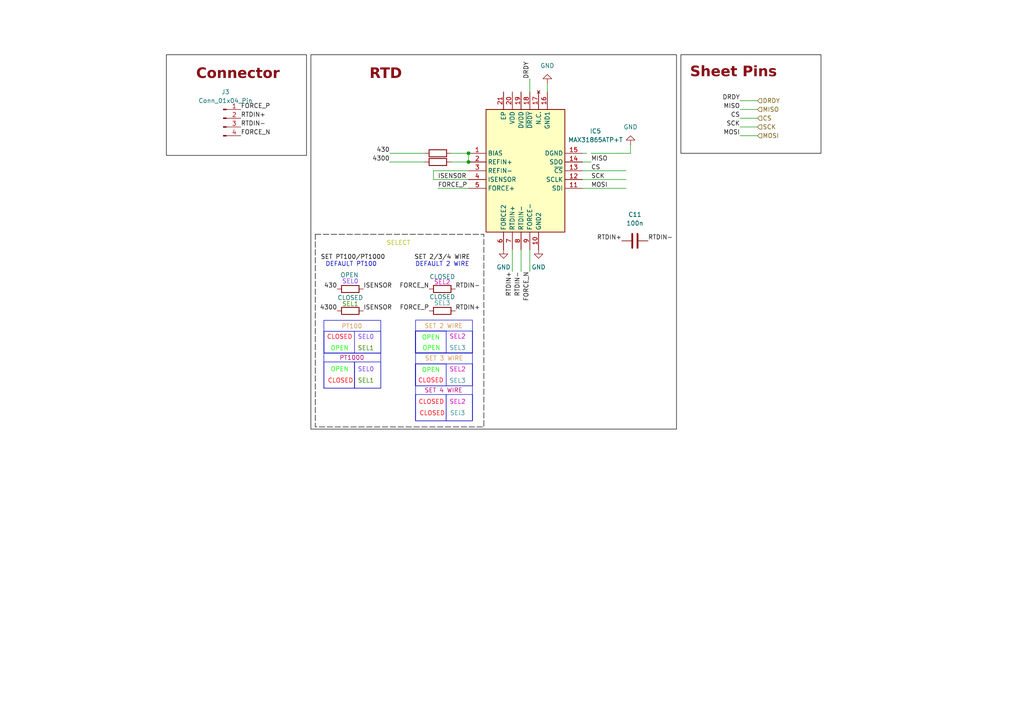
<source format=kicad_sch>
(kicad_sch (version 20250114) (generator "eeschema") (generator_version "9.0")
  (paper "A4")
  (lib_symbols
    (symbol "Connector:Conn_01x04_Pin" (pin_names (offset 1.016) (hide yes))
      (property "Reference" "J" (at 0 5.08 0))
      (property "Value" "Conn_01x04_Pin" (at 0 -7.62 0))
      (symbol "Conn_01x04_Pin_1_1"
        (rectangle (start 0.8636 2.667) (end 0 2.413) (stroke (width 0.1524)) (fill (type outline)))
        (rectangle (start 0.8636 0.127) (end 0 -0.127) (stroke (width 0.1524)) (fill (type outline)))
        (rectangle (start 0.8636 -2.413) (end 0 -2.667) (stroke (width 0.1524)) (fill (type outline)))
        (rectangle (start 0.8636 -4.953) (end 0 -5.207) (stroke (width 0.1524)) (fill (type outline)))
        (polyline (pts (xy 1.27 2.54) (xy 0.8636 2.54)) (stroke (width 0.1524)))
        (polyline (pts (xy 1.27 0) (xy 0.8636 0)) (stroke (width 0.1524)))
        (polyline (pts (xy 1.27 -2.54) (xy 0.8636 -2.54)) (stroke (width 0.1524)))
        (polyline (pts (xy 1.27 -5.08) (xy 0.8636 -5.08)) (stroke (width 0.1524)))
        (pin passive line (at 5.08 2.54 180) (length 3.81) (name "Pin_1") (number "1"))
        (pin passive line (at 5.08 0 180) (length 3.81) (name "Pin_2") (number "2"))
        (pin passive line (at 5.08 -2.54 180) (length 3.81) (name "Pin_3") (number "3"))
        (pin passive line (at 5.08 -5.08 180) (length 3.81) (name "Pin_4") (number "4"))
      )
    )
    (symbol "Device:C" (pin_numbers (hide yes)) (pin_names (offset 0.254))
      (property "Reference" "C" (at 0.635 2.54 0))
      (property "Value" "C" (at 0.635 -2.54 0))
      (symbol "C_0_1"
        (polyline (pts (xy -2.032 0.762) (xy 2.032 0.762)) (stroke (width 0.508)))
        (polyline (pts (xy -2.032 -0.762) (xy 2.032 -0.762)) (stroke (width 0.508)))
      )
      (symbol "C_1_1"
        (pin passive line (at 0 3.81 270) (length 2.794) (name "~") (number "1"))
        (pin passive line (at 0 -3.81 90) (length 2.794) (name "~") (number "2"))
      )
    )
    (symbol "Device:R" (pin_numbers (hide yes)) (pin_names (offset 0))
      (property "Reference" "R" (at 2.032 0 90))
      (property "Value" "R" (at 0 0 90))
      (symbol "R_0_1"
        (rectangle (start -1.016 -2.54) (end 1.016 2.54) (stroke (width 0.254)))
      )
      (symbol "R_1_1"
        (pin passive line (at 0 3.81 270) (length 1.27) (name "~") (number "1"))
        (pin passive line (at 0 -3.81 90) (length 1.27) (name "~") (number "2"))
      )
    )
    (symbol "Symbols:MAX31865ATP+T"
      (property "Reference" "IC" (at 29.21 17.78 0))
      (property "Value" "MAX31865ATP+T" (at 29.21 15.24 0))
      (symbol "MAX31865ATP+T_1_1"
        (rectangle (start 5.08 12.7) (end 27.94 -22.86) (stroke (width 0.254)) (fill (type background)))
        (pin passive line (at 0 0 0) (length 5.08) (name "BIAS") (number "1"))
        (pin passive line (at 0 -2.54 0) (length 5.08) (name "REFIN+") (number "2"))
        (pin passive line (at 0 -5.08 0) (length 5.08) (name "REFIN-") (number "3"))
        (pin passive line (at 0 -7.62 0) (length 5.08) (name "ISENSOR") (number "4"))
        (pin passive line (at 0 -10.16 0) (length 5.08) (name "FORCE+") (number "5"))
        (pin passive line (at 10.16 17.78 270) (length 5.08) (name "EP") (number "21"))
        (pin passive line (at 10.16 -27.94 90) (length 5.08) (name "FORCE2") (number "6"))
        (pin passive line (at 12.7 17.78 270) (length 5.08) (name "VDD") (number "20"))
        (pin passive line (at 12.7 -27.94 90) (length 5.08) (name "RTDIN+") (number "7"))
        (pin passive line (at 15.24 17.78 270) (length 5.08) (name "DVDD") (number "19"))
        (pin passive line (at 15.24 -27.94 90) (length 5.08) (name "RTDIN-") (number "8"))
        (pin passive line (at 17.78 17.78 270) (length 5.08) (name "~{DRDY}") (number "18"))
        (pin passive line (at 17.78 -27.94 90) (length 5.08) (name "FORCE-") (number "9"))
        (pin no_connect line (at 20.32 17.78 270) (length 5.08) (name "N.C.") (number "17"))
        (pin passive line (at 20.32 -27.94 90) (length 5.08) (name "GND2") (number "10"))
        (pin passive line (at 22.86 17.78 270) (length 5.08) (name "GND1") (number "16"))
        (pin passive line (at 33.02 0 180) (length 5.08) (name "DGND") (number "15"))
        (pin passive line (at 33.02 -2.54 180) (length 5.08) (name "SDO") (number "14"))
        (pin passive line (at 33.02 -5.08 180) (length 5.08) (name "~{CS}") (number "13"))
        (pin passive line (at 33.02 -7.62 180) (length 5.08) (name "SCLK") (number "12"))
        (pin passive line (at 33.02 -10.16 180) (length 5.08) (name "SDI") (number "11"))
      )
    )
    (symbol "power:GND" (power) (pin_numbers (hide yes)) (pin_names (offset 0) (hide yes))
      (property "Value" "GND" (at 0 -3.81 0))
      (symbol "GND_0_1"
        (polyline (pts (xy 0 0) (xy 0 -1.27) (xy 1.27 -1.27) (xy 0 -2.54) (xy -1.27 -1.27) (xy 0 -1.27)))
      )
      (symbol "GND_1_1"
        (pin power_in line (at 0 0 270) (length 0) (name "~") (number "1"))
      )
    )
  )
  (rectangle (start 102.8226 104.974) (end 110.4426 112.594))
  (rectangle (start 120.523 105.537) (end 137.033 111.887))
  (rectangle (start 90.17 15.875) (end 196.215 124.46) (stroke (width 0) (color 0 0 0 1)))
  (rectangle (start 120.523 102.362) (end 137.033 111.887))
  (rectangle (start 91.44 67.945) (end 140.335 123.825) (stroke (width 0) (type dash) (color 0 0 0 1)))
  (rectangle (start 93.9326 92.909) (end 110.4426 102.434))
  (rectangle (start 93.9326 102.434) (end 110.4426 112.594))
  (rectangle (start 120.523 105.537) (end 129.413 111.887))
  (rectangle (start 48.26 15.875) (end 88.9 45.085) (stroke (width 0) (color 0 0 0 1)))
  (rectangle (start 120.523 96.012) (end 129.413 102.362))
  (rectangle (start 93.9326 104.974) (end 102.8226 112.594))
  (rectangle (start 93.9326 96.084) (end 102.8226 102.434))
  (rectangle (start 120.523 96.012) (end 137.033 102.362))
  (rectangle (start 120.523 92.837) (end 137.033 102.362))
  (rectangle (start 120.523 114.427) (end 129.413 122.047))
  (rectangle (start 197.485 15.875) (end 238.125 44.45) (stroke (width 0) (color 0 0 0 1)))
  (rectangle (start 120.523 111.887) (end 137.033 122.047))
  (rectangle (start 129.413 114.427) (end 137.033 122.047))
  (rectangle (start 93.9326 96.084) (end 110.4426 102.434))
  (text "CLOSED" (at 125.095 116.713 0) (effects (font (size 1.27 1.27))))
  (text "SET 4 WIRE" (at 128.651 113.411 0) (effects (font (size 1.27 1.27))))
  (text "SET 2/3/4 WIRE" (at 128.27 74.676 0) (effects (font (size 1.27 1.27))))
  (text "CLOSED" (at 125.349 120.015 0) (effects (font (size 1.27 1.27))))
  (text "SEL3" (at 132.715 101.092 0) (effects (font (size 1.27 1.27))))
  (text "DEFAULT 2 WIRE" (at 128.27 76.708 0) (effects (font (size 1.27 1.27))))
  (text "SEL1" (at 106.1246 110.562 0) (effects (font (size 1.27 1.27))))
  (text "SEL2\n" (at 132.715 107.315 0) (effects (font (size 1.27 1.27))))
  (text "PT100" (at 102.0606 94.814 0) (effects (font (size 1.27 1.27))))
  (text "OPEN\n" (at 124.968 107.442 0) (effects (font (size 1.27 1.27))))
  (text "OPEN\n" (at 124.968 98.044 0) (effects (font (size 1.27 1.27))))
  (text "SEL0" (at 106.1246 97.862 0) (effects (font (size 1.27 1.27))))
  (text "SET 2 WIRE" (at 128.651 94.742 0) (effects (font (size 1.27 1.27))))
  (text "SEL1" (at 106.1246 101.164 0) (effects (font (size 1.27 1.27))))
  (text "SET 3 WIRE" (at 128.778 104.14 0) (effects (font (size 1.27 1.27))))
  (text "SELECT" (at 115.57 70.612 0) (effects (font (size 1.27 1.27))))
  (text "SEl3" (at 132.715 120.015 0) (effects (font (size 1.27 1.27))))
  (text "Connector" (at 56.896 24.13 0) (effects (font (size 3 3) (thickness 0.6) (bold yes)) (justify left bottom)))
  (text "SEL3" (at 132.715 110.617 0) (effects (font (size 1.27 1.27))))
  (text "SEL2" (at 132.715 97.79 0) (effects (font (size 1.27 1.27))))
  (text "CLOSED" (at 98.5046 97.862 0) (effects (font (size 1.27 1.27))))
  (text "CLOSED" (at 98.7586 110.562 0) (effects (font (size 1.27 1.27))))
  (text "SEL0" (at 106.1246 107.26 0) (effects (font (size 1.27 1.27))))
  (text "SET PT100/PT1000\n" (at 102.362 74.676 0) (effects (font (size 1.27 1.27))))
  (text "CLOSED" (at 124.968 110.49 0) (effects (font (size 1.27 1.27))))
  (text "PT1000" (at 102.0606 103.958 0) (effects (font (size 1.27 1.27))))
  (text "DEFAULT PT100\n" (at 101.854 76.708 0) (effects (font (size 1.27 1.27))))
  (text "OPEN\n" (at 125.095 101.092 0) (effects (font (size 1.27 1.27))))
  (text "OPEN\n" (at 98.5046 101.164 0) (effects (font (size 1.27 1.27))))
  (text "Sheet Pins" (at 200.152 23.622 0) (effects (font (size 3 3) (thickness 0.6) (bold yes)) (justify left bottom)))
  (text "SEL2" (at 132.715 116.713 0) (effects (font (size 1.27 1.27))))
  (text "OPEN" (at 98.5046 107.26 0) (effects (font (size 1.27 1.27))))
  (text "RTD" (at 107.188 24.13 0) (effects (font (size 3 3) (thickness 0.6) (bold yes)) (justify left bottom)))
  (junction (at 135.89 46.99))
  (junction (at 135.89 44.45))
  (wire (pts (xy 125.73 49.53) (xy 125.73 52.07)))
  (wire (pts (xy 135.89 49.53) (xy 125.73 49.53)))
  (wire (pts (xy 153.67 22.86) (xy 153.67 26.67)))
  (wire (pts (xy 171.45 46.99) (xy 168.91 46.99)))
  (wire (pts (xy 168.91 44.45) (xy 170.18 44.45)))
  (wire (pts (xy 135.89 44.45) (xy 135.89 46.99)))
  (wire (pts (xy 113.03 46.99) (xy 123.19 46.99)))
  (wire (pts (xy 219.71 31.75) (xy 214.63 31.75)))
  (wire (pts (xy 171.45 44.45) (xy 182.88 44.45)))
  (wire (pts (xy 219.71 39.37) (xy 214.63 39.37)))
  (wire (pts (xy 214.63 29.21) (xy 219.71 29.21)))
  (wire (pts (xy 219.71 36.83) (xy 214.63 36.83)))
  (wire (pts (xy 130.81 44.45) (xy 135.89 44.45)))
  (wire (pts (xy 113.03 44.45) (xy 123.19 44.45)))
  (wire (pts (xy 219.71 34.29) (xy 214.63 34.29)))
  (wire (pts (xy 127 54.61) (xy 135.89 54.61)))
  (wire (pts (xy 153.67 78.74) (xy 153.67 72.39)))
  (wire (pts (xy 130.81 46.99) (xy 135.89 46.99)))
  (wire (pts (xy 151.13 78.74) (xy 151.13 72.39)))
  (wire (pts (xy 125.73 52.07) (xy 135.89 52.07)))
  (wire (pts (xy 158.75 24.13) (xy 158.75 26.67)))
  (wire (pts (xy 168.91 52.07) (xy 181.61 52.07)))
  (wire (pts (xy 168.91 54.61) (xy 181.61 54.61)))
  (wire (pts (xy 181.61 49.53) (xy 168.91 49.53)))
  (wire (pts (xy 182.88 44.45) (xy 182.88 41.91)))
  (wire (pts (xy 148.59 78.74) (xy 148.59 72.39)))
  (label "MOSI" (at 214.63 39.37 180))
  (label "FORCE_N" (at 69.85 39.37 0))
  (label "4300" (at 97.79 90.17 180))
  (label "430" (at 97.79 83.82 180))
  (label "FORCE_P" (at 124.46 90.17 180))
  (label "FORCE_P" (at 69.85 31.75 0))
  (label "MOSI" (at 171.45 54.61 0))
  (label "SCK" (at 171.45 52.07 0))
  (label "FORCE_N" (at 153.67 78.74 270))
  (label "430" (at 113.03 44.45 180))
  (label "DRDY" (at 214.63 29.21 180))
  (label "CS" (at 171.45 49.53 0))
  (label "MISO" (at 214.63 31.75 180))
  (label "RTDIN-" (at 151.13 78.74 270))
  (label "FORCE_N" (at 124.46 83.82 180))
  (label "ISENSOR" (at 105.41 83.82 0))
  (label "ISENSOR" (at 127 52.07 0))
  (label "RTDIN+" (at 180.34 69.85 180))
  (label "RTDIN-" (at 69.85 36.83 0))
  (label "FORCE_P" (at 127 54.61 0))
  (label "RTDIN-" (at 187.96 69.85 0))
  (label "RTDIN-" (at 132.08 83.82 0))
  (label "ISENSOR" (at 105.41 90.17 0))
  (label "RTDIN+" (at 132.08 90.17 0))
  (label "4300" (at 113.03 46.99 180))
  (label "RTDIN+" (at 69.85 34.29 0))
  (label "SCK" (at 214.63 36.83 180))
  (label "CS" (at 214.63 34.29 180))
  (label "DRDY" (at 153.67 22.86 90))
  (label "RTDIN+" (at 148.59 78.74 270))
  (label "MISO" (at 171.45 46.99 0))
  (hierarchical_label "MISO" (shape input) (at 219.71 31.75 0))
  (hierarchical_label "DRDY" (shape input) (at 219.71 29.21 0))
  (hierarchical_label "SCK" (shape input) (at 219.71 36.83 0))
  (hierarchical_label "CS" (shape input) (at 219.71 34.29 0))
  (hierarchical_label "MOSI" (shape input) (at 219.71 39.37 0))
  (symbol (lib_id "power:GND") (at 146.05 72.39 0) (unit 1)
    (property "Reference" "#PWR028" (effects (hide yes)))
    (property "Value" "GND" (at 146.05 77.47 0))
    (property "Description" "Power symbol creates a global label with name \"GND\" , ground" (effects (hide yes)))
  )
  (symbol (lib_id "Device:R") (at 127 44.45 90) (unit 1)
    (property "Reference" "R15" (effects (hide yes)))
    (property "Value" "430" (effects (hide yes)))
    (property "Footprint" "Resistor_SMD:R_0402_1005Metric" (effects (hide yes)))
    (property "Description" "Resistor" (effects (hide yes)))
    (property "MPN" "GPR0402430R" (effects (hide yes)))
  )
  (symbol (lib_id "Device:R") (at 128.27 90.17 90) (unit 1) (in_bom no)
    (property "Reference" "SEL3" (at 128.27 87.884 90))
    (property "Value" "CLOSED" (at 128.27 86.106 90))
    (property "Footprint" "Jumper:SolderJumper-2_P1.3mm_Open_TrianglePad1.0x1.5mm" (effects (hide yes)))
    (property "Description" "Resistor" (effects (hide yes)))
  )
  (symbol (lib_id "Device:C") (at 184.15 69.85 90) (unit 1)
    (property "Reference" "C11" (at 184.15 62.23 90))
    (property "Value" "100n" (at 184.15 64.77 90))
    (property "Footprint" "Capacitor_SMD:C_0402_1005Metric" (effects (hide yes)))
    (property "Description" "Unpolarized capacitor" (effects (hide yes)))
    (property "MPN" "GPC0402104-25" (effects (hide yes)))
  )
  (symbol (lib_id "Symbols:MAX31865ATP+T") (at 135.89 44.45 0) (unit 1)
    (property "Reference" "IC5" (at 172.72 38.0298 0))
    (property "Value" "MAX31865ATP+T" (at 172.72 40.5698 0))
    (property "Footprint" "Footprints:QFN65P500X500X80-21N" (effects (hide yes)))
    (property "Datasheet" "https://www.analog.com/MAX31865/datasheet" (effects (hide yes)))
    (property "Description" "IC RTD TO DIGITAL CONVERT 20TQFN" (effects (hide yes)))
    (property "Height" "0.8" (effects (hide yes)))
    (property "Mouser Part Number" "700-MAX31865ATP+T" (effects (hide yes)))
    (property "Mouser Price/Stock" "https://www.mouser.co.uk/ProductDetail/Analog-Devices-Maxim-Integrated/MAX31865ATP%2bT?qs=mIV%2FTjyUFhl0J5LgcLJnSg%3D%3D" (effects (hide yes)))
    (property "Manufacturer_Name" "Analog Devices" (effects (hide yes)))
    (property "Manufacturer_Part_Number" "MAX31865ATP+T" (effects (hide yes)))
    (property "MPN" "MAX31865ATP+T" (effects (hide yes)))
  )
  (symbol (lib_id "power:GND") (at 182.88 41.91 180) (unit 1)
    (property "Reference" "#PWR031" (effects (hide yes)))
    (property "Value" "GND" (at 182.88 36.83 0))
    (property "Description" "Power symbol creates a global label with name \"GND\" , ground" (effects (hide yes)))
  )
  (symbol (lib_id "Device:R") (at 127 46.99 90) (unit 1)
    (property "Reference" "R16" (effects (hide yes)))
    (property "Value" "4300" (effects (hide yes)))
    (property "Footprint" "Resistor_SMD:R_0402_1005Metric" (effects (hide yes)))
    (property "Description" "Resistor" (effects (hide yes)))
    (property "MPN" "GPR04024K3" (effects (hide yes)))
  )
  (symbol (lib_id "Device:R") (at 128.27 83.82 90) (unit 1) (in_bom no)
    (property "Reference" "SEL2" (at 128.27 81.788 90))
    (property "Value" "CLOSED" (at 128.27 80.264 90))
    (property "Footprint" "Jumper:SolderJumper-2_P1.3mm_Open_TrianglePad1.0x1.5mm" (effects (hide yes)))
    (property "Description" "Resistor" (effects (hide yes)))
  )
  (symbol (lib_id "Device:R") (at 101.6 83.82 90) (unit 1) (in_bom no)
    (property "Reference" "SEL0" (at 101.6 81.534 90))
    (property "Value" "OPEN" (at 101.346 79.756 90))
    (property "Footprint" "Jumper:SolderJumper-2_P1.3mm_Bridged_Pad1.0x1.5mm" (effects (hide yes)))
    (property "Description" "Resistor" (effects (hide yes)))
  )
  (symbol (lib_id "power:GND") (at 156.21 72.39 0) (unit 1)
    (property "Reference" "#PWR029" (effects (hide yes)))
    (property "Value" "GND" (at 156.21 77.47 0))
    (property "Description" "Power symbol creates a global label with name \"GND\" , ground" (effects (hide yes)))
  )
  (symbol (lib_id "Device:R") (at 101.6 90.17 90) (unit 1) (in_bom no)
    (property "Reference" "SEL1" (at 101.6 88.138 90))
    (property "Value" "CLOSED" (at 101.6 86.36 90))
    (property "Footprint" "Jumper:SolderJumper-2_P1.3mm_Open_TrianglePad1.0x1.5mm" (effects (hide yes)))
    (property "Description" "Resistor" (effects (hide yes)))
  )
  (symbol (lib_id "Connector:Conn_01x04_Pin") (at 64.77 34.29 0) (unit 1) (in_bom no)
    (property "Reference" "J3" (at 65.405 26.67 0))
    (property "Value" "Conn_01x04_Pin" (at 65.405 29.21 0))
    (property "Footprint" "Footprints:Conn_4pin_1mm_2mm" (effects (hide yes)))
    (property "Description" "Generic connector, single row, 01x04, script generated" (effects (hide yes)))
  )
  (symbol (lib_id "power:GND") (at 158.75 24.13 180) (unit 1)
    (property "Reference" "#PWR030" (effects (hide yes)))
    (property "Value" "GND" (at 158.75 19.05 0))
    (property "Description" "Power symbol creates a global label with name \"GND\" , ground" (effects (hide yes)))
  )
)
</source>
